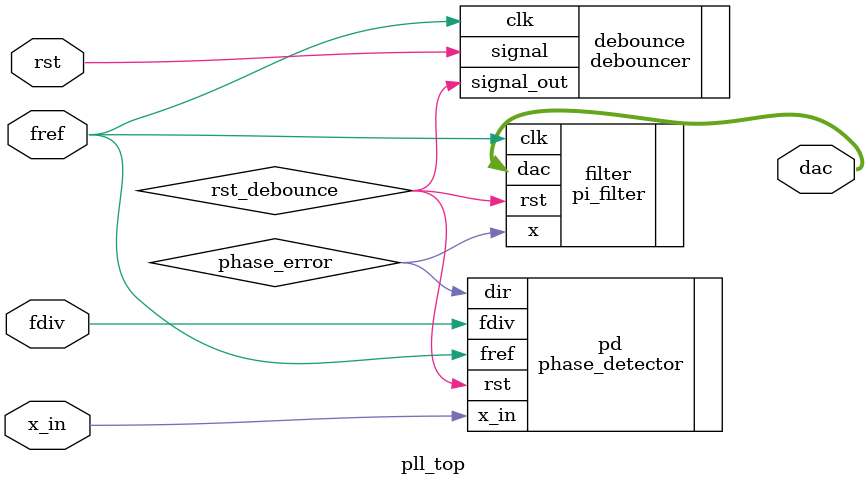
<source format=v>
`timescale 1ns / 1ps


module pll_top

    (input x_in,input rst, input fref, input fdiv, output [19:0] dac
    );
    
    wire phase_error;  
    wire rst_debounce;
    
    //debounce the reset signal  
    debouncer debounce(.signal(rst),.clk(fref),.signal_out(rst_debounce)); 
    
    //phase detector to determine phase error  
    phase_detector pd(.x_in(x_in),.rst(rst_debounce),.fref(fref), .fdiv(fdiv), .dir(phase_error));
    
    pi_filter filter(.rst(rst_debounce),.x(phase_error),.clk(fref),.dac(dac));   
    
    
endmodule

</source>
